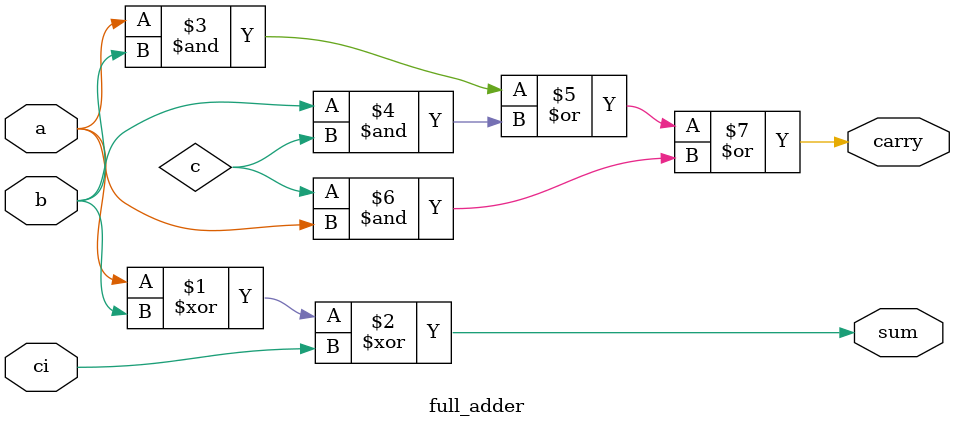
<source format=sv>
module full_adder(a,b,ci,sum, carry);
  input a,b,ci;
  output sum , carry;
   assign sum = a ^ b^ci;
  assign carry = (a & b) | (b & c) | (c & a);
endmodule

</source>
